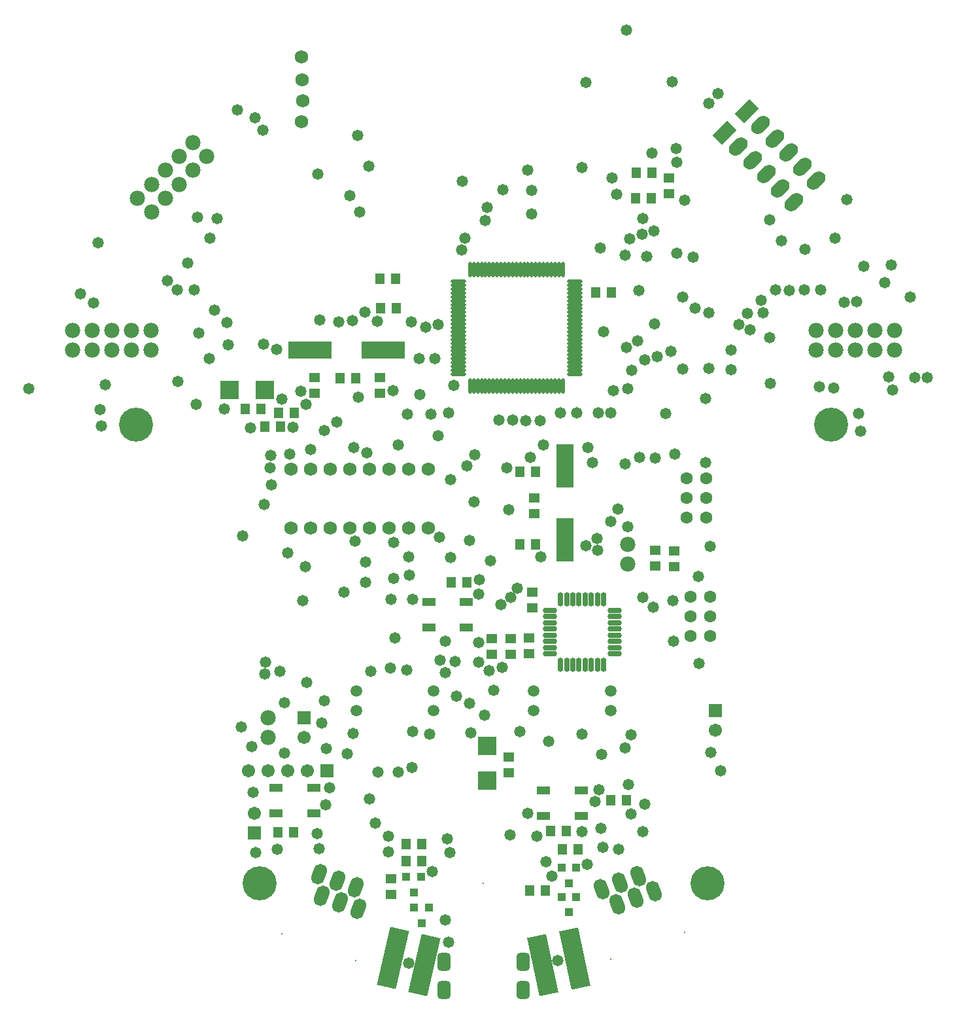
<source format=gbs>
%FSLAX24Y24*%
%MOIN*%
G70*
G01*
G75*
G04 Layer_Color=16711935*
%ADD10R,0.0400X0.0500*%
%ADD11R,0.0800X0.0800*%
%ADD12R,0.0500X0.0400*%
%ADD13R,0.0394X0.0787*%
%ADD14R,0.0787X0.0394*%
%ADD15R,0.0433X0.0236*%
%ADD16R,0.0295X0.0118*%
%ADD17R,0.0870X0.0866*%
%ADD18R,0.1335X0.0772*%
%ADD19R,0.0787X0.1378*%
%ADD20R,0.0800X0.0800*%
%ADD21R,0.0394X0.0217*%
G04:AMPARAMS|DCode=22|XSize=90.6mil|YSize=295.3mil|CornerRadius=0mil|HoleSize=0mil|Usage=FLASHONLY|Rotation=167.000|XOffset=0mil|YOffset=0mil|HoleType=Round|Shape=Rectangle|*
%AMROTATEDRECTD22*
4,1,4,0.0773,0.1337,0.0109,-0.1540,-0.0773,-0.1337,-0.0109,0.1540,0.0773,0.1337,0.0*
%
%ADD22ROTATEDRECTD22*%

G04:AMPARAMS|DCode=23|XSize=90.6mil|YSize=295.3mil|CornerRadius=0mil|HoleSize=0mil|Usage=FLASHONLY|Rotation=192.000|XOffset=0mil|YOffset=0mil|HoleType=Round|Shape=Rectangle|*
%AMROTATEDRECTD23*
4,1,4,0.0136,0.1538,0.0750,-0.1350,-0.0136,-0.1538,-0.0750,0.1350,0.0136,0.1538,0.0*
%
%ADD23ROTATEDRECTD23*%

%ADD24R,0.0354X0.0591*%
%ADD25R,0.0236X0.0433*%
%ADD26R,0.0453X0.0591*%
%ADD27R,0.0157X0.0591*%
%ADD28C,0.0250*%
%ADD29C,0.0315*%
%ADD30C,0.0200*%
%ADD31C,0.0120*%
%ADD32C,0.0100*%
%ADD33C,0.0157*%
%ADD34C,0.0500*%
%ADD35C,0.0394*%
%ADD36C,0.0197*%
%ADD37C,0.0238*%
%ADD38C,0.0217*%
%ADD39C,0.0161*%
%ADD40C,0.0150*%
%ADD41C,0.0700*%
%ADD42C,0.0551*%
G04:AMPARAMS|DCode=43|XSize=99.4mil|YSize=60mil|CornerRadius=0mil|HoleSize=0mil|Usage=FLASHONLY|Rotation=45.000|XOffset=0mil|YOffset=0mil|HoleType=Round|Shape=Round|*
%AMOVALD43*
21,1,0.0394,0.0600,0.0000,0.0000,45.0*
1,1,0.0600,-0.0139,-0.0139*
1,1,0.0600,0.0139,0.0139*
%
%ADD43OVALD43*%

G04:AMPARAMS|DCode=44|XSize=99.4mil|YSize=60mil|CornerRadius=0mil|HoleSize=0mil|Usage=FLASHONLY|Rotation=45.000|XOffset=0mil|YOffset=0mil|HoleType=Round|Shape=Rectangle|*
%AMROTATEDRECTD44*
4,1,4,-0.0139,-0.0563,-0.0563,-0.0139,0.0139,0.0563,0.0563,0.0139,-0.0139,-0.0563,0.0*
%
%ADD44ROTATEDRECTD44*%

%ADD45C,0.0600*%
%ADD46C,0.0591*%
%ADD47R,0.0591X0.0591*%
%ADD48R,0.0591X0.0591*%
G04:AMPARAMS|DCode=49|XSize=60mil|YSize=99.4mil|CornerRadius=0mil|HoleSize=0mil|Usage=FLASHONLY|Rotation=20.000|XOffset=0mil|YOffset=0mil|HoleType=Round|Shape=Round|*
%AMOVALD49*
21,1,0.0394,0.0600,0.0000,0.0000,110.0*
1,1,0.0600,0.0067,-0.0185*
1,1,0.0600,-0.0067,0.0185*
%
%ADD49OVALD49*%

G04:AMPARAMS|DCode=50|XSize=60mil|YSize=99.4mil|CornerRadius=0mil|HoleSize=0mil|Usage=FLASHONLY|Rotation=340.000|XOffset=0mil|YOffset=0mil|HoleType=Round|Shape=Round|*
%AMOVALD50*
21,1,0.0394,0.0600,0.0000,0.0000,70.0*
1,1,0.0600,-0.0067,-0.0185*
1,1,0.0600,0.0067,0.0185*
%
%ADD50OVALD50*%

G04:AMPARAMS|DCode=51|XSize=86.6mil|YSize=63mil|CornerRadius=15.7mil|HoleSize=0mil|Usage=FLASHONLY|Rotation=90.000|XOffset=0mil|YOffset=0mil|HoleType=Round|Shape=RoundedRectangle|*
%AMROUNDEDRECTD51*
21,1,0.0866,0.0315,0,0,90.0*
21,1,0.0551,0.0630,0,0,90.0*
1,1,0.0315,0.0157,0.0276*
1,1,0.0315,0.0157,-0.0276*
1,1,0.0315,-0.0157,-0.0276*
1,1,0.0315,-0.0157,0.0276*
%
%ADD51ROUNDEDRECTD51*%
%ADD52C,0.1654*%
%ADD53C,0.0500*%
%ADD54R,0.0591X0.0354*%
%ADD55R,0.0315X0.0354*%
%ADD56R,0.2165X0.0787*%
%ADD57R,0.0866X0.0870*%
%ADD58R,0.0787X0.2165*%
%ADD59O,0.0217X0.0650*%
%ADD60O,0.0650X0.0217*%
%ADD61O,0.0118X0.0709*%
%ADD62O,0.0709X0.0118*%
%ADD63C,0.0120*%
%ADD64C,0.0080*%
%ADD65C,0.0020*%
%ADD66C,0.0079*%
%ADD67C,0.0039*%
%ADD68C,0.0020*%
%ADD69C,0.0061*%
%ADD70R,0.0480X0.0580*%
%ADD71R,0.0880X0.0880*%
%ADD72R,0.0580X0.0480*%
%ADD73R,0.0433X0.0827*%
%ADD74R,0.0827X0.0433*%
%ADD75R,0.0513X0.0316*%
%ADD76R,0.0335X0.0157*%
%ADD77R,0.0950X0.0946*%
%ADD78R,0.1374X0.0811*%
%ADD79R,0.1575X0.2165*%
%ADD80R,0.0880X0.0880*%
%ADD81R,0.0433X0.0256*%
G04:AMPARAMS|DCode=82|XSize=98.6mil|YSize=303.3mil|CornerRadius=0mil|HoleSize=0mil|Usage=FLASHONLY|Rotation=167.000|XOffset=0mil|YOffset=0mil|HoleType=Round|Shape=Rectangle|*
%AMROTATEDRECTD82*
4,1,4,0.0821,0.1367,0.0139,-0.1588,-0.0821,-0.1367,-0.0139,0.1588,0.0821,0.1367,0.0*
%
%ADD82ROTATEDRECTD82*%

G04:AMPARAMS|DCode=83|XSize=98.6mil|YSize=303.3mil|CornerRadius=0mil|HoleSize=0mil|Usage=FLASHONLY|Rotation=192.000|XOffset=0mil|YOffset=0mil|HoleType=Round|Shape=Rectangle|*
%AMROTATEDRECTD83*
4,1,4,0.0167,0.1586,0.0797,-0.1381,-0.0167,-0.1586,-0.0797,0.1381,0.0167,0.1586,0.0*
%
%ADD83ROTATEDRECTD83*%

%ADD84R,0.0434X0.0671*%
%ADD85R,0.0276X0.0472*%
%ADD86R,0.0492X0.0630*%
%ADD87R,0.0197X0.0630*%
%ADD88C,0.0780*%
G04:AMPARAMS|DCode=89|XSize=107.4mil|YSize=68mil|CornerRadius=0mil|HoleSize=0mil|Usage=FLASHONLY|Rotation=45.000|XOffset=0mil|YOffset=0mil|HoleType=Round|Shape=Round|*
%AMOVALD89*
21,1,0.0394,0.0680,0.0000,0.0000,45.0*
1,1,0.0680,-0.0139,-0.0139*
1,1,0.0680,0.0139,0.0139*
%
%ADD89OVALD89*%

G04:AMPARAMS|DCode=90|XSize=107.4mil|YSize=68mil|CornerRadius=0mil|HoleSize=0mil|Usage=FLASHONLY|Rotation=45.000|XOffset=0mil|YOffset=0mil|HoleType=Round|Shape=Rectangle|*
%AMROTATEDRECTD90*
4,1,4,-0.0139,-0.0620,-0.0620,-0.0139,0.0139,0.0620,0.0620,0.0139,-0.0139,-0.0620,0.0*
%
%ADD90ROTATEDRECTD90*%

%ADD91C,0.0680*%
%ADD92C,0.0671*%
%ADD93R,0.0671X0.0671*%
%ADD94R,0.0671X0.0671*%
%ADD95C,0.0080*%
G04:AMPARAMS|DCode=96|XSize=68mil|YSize=107.4mil|CornerRadius=0mil|HoleSize=0mil|Usage=FLASHONLY|Rotation=20.000|XOffset=0mil|YOffset=0mil|HoleType=Round|Shape=Round|*
%AMOVALD96*
21,1,0.0394,0.0680,0.0000,0.0000,110.0*
1,1,0.0680,0.0067,-0.0185*
1,1,0.0680,-0.0067,0.0185*
%
%ADD96OVALD96*%

G04:AMPARAMS|DCode=97|XSize=68mil|YSize=107.4mil|CornerRadius=0mil|HoleSize=0mil|Usage=FLASHONLY|Rotation=340.000|XOffset=0mil|YOffset=0mil|HoleType=Round|Shape=Round|*
%AMOVALD97*
21,1,0.0394,0.0680,0.0000,0.0000,70.0*
1,1,0.0680,-0.0067,-0.0185*
1,1,0.0680,0.0067,0.0185*
%
%ADD97OVALD97*%

G04:AMPARAMS|DCode=98|XSize=90.6mil|YSize=66.9mil|CornerRadius=17.7mil|HoleSize=0mil|Usage=FLASHONLY|Rotation=90.000|XOffset=0mil|YOffset=0mil|HoleType=Round|Shape=RoundedRectangle|*
%AMROUNDEDRECTD98*
21,1,0.0906,0.0315,0,0,90.0*
21,1,0.0551,0.0669,0,0,90.0*
1,1,0.0354,0.0157,0.0276*
1,1,0.0354,0.0157,-0.0276*
1,1,0.0354,-0.0157,-0.0276*
1,1,0.0354,-0.0157,0.0276*
%
%ADD98ROUNDEDRECTD98*%
%ADD99C,0.0630*%
%ADD100C,0.1734*%
%ADD101C,0.0580*%
%ADD102R,0.0671X0.0434*%
%ADD103R,0.0395X0.0434*%
%ADD104R,0.2245X0.0867*%
%ADD105R,0.0946X0.0950*%
%ADD106R,0.0867X0.2245*%
%ADD107O,0.0297X0.0730*%
%ADD108O,0.0730X0.0297*%
%ADD109O,0.0198X0.0789*%
%ADD110O,0.0789X0.0198*%
G54D46*
X-2559Y-9827D02*
D03*
Y-10827D02*
D03*
X-6496D02*
D03*
Y-9827D02*
D03*
X2559Y-10827D02*
D03*
Y-9827D02*
D03*
X6496D02*
D03*
Y-10827D02*
D03*
G54D70*
X-865Y-4302D02*
D03*
X-1665D02*
D03*
X4830Y-17895D02*
D03*
X4030D02*
D03*
X2349Y-19980D02*
D03*
X3149D02*
D03*
X3405Y-16956D02*
D03*
X4205D02*
D03*
X-3165Y-18484D02*
D03*
X-3965D02*
D03*
X-3952Y-17624D02*
D03*
X-3152D02*
D03*
X7747Y15262D02*
D03*
X8547D02*
D03*
X7780Y16556D02*
D03*
X8580D02*
D03*
X2645Y-2356D02*
D03*
X1845D02*
D03*
X2645Y1323D02*
D03*
X1845D02*
D03*
X-5279Y11166D02*
D03*
X-4479D02*
D03*
X-11156Y3642D02*
D03*
X-10356D02*
D03*
X-9652Y4353D02*
D03*
X-10452D02*
D03*
X5732Y10481D02*
D03*
X6532D02*
D03*
X-6502Y6093D02*
D03*
X-7302D02*
D03*
X-5253Y9656D02*
D03*
X-4453D02*
D03*
X-11342Y4527D02*
D03*
X-12142D02*
D03*
X6469Y-15392D02*
D03*
X7269D02*
D03*
X-10485Y-17030D02*
D03*
X-9685D02*
D03*
G54D72*
X-4721Y-19400D02*
D03*
Y-20200D02*
D03*
X2472Y-4799D02*
D03*
Y-5599D02*
D03*
X2329Y-7118D02*
D03*
Y-7918D02*
D03*
X433Y-7149D02*
D03*
Y-7949D02*
D03*
X9708Y-3504D02*
D03*
Y-2704D02*
D03*
X1389Y-7950D02*
D03*
Y-7150D02*
D03*
X8762Y-3464D02*
D03*
Y-2664D02*
D03*
X9447Y15514D02*
D03*
Y16314D02*
D03*
X-8620Y6143D02*
D03*
Y5343D02*
D03*
X-5277Y6143D02*
D03*
Y5343D02*
D03*
X1287Y-13205D02*
D03*
Y-14005D02*
D03*
X2597Y-808D02*
D03*
Y-8D02*
D03*
G54D77*
X182Y-14392D02*
D03*
Y-12620D02*
D03*
G54D82*
X-4613Y-23436D02*
D03*
X-3002Y-23808D02*
D03*
G54D83*
X3018Y-23794D02*
D03*
X4635Y-23450D02*
D03*
G54D88*
X7350Y-3360D02*
D03*
Y-2360D02*
D03*
X-10995Y-12199D02*
D03*
Y-11199D02*
D03*
X20961Y8551D02*
D03*
X19961Y7551D02*
D03*
Y8551D02*
D03*
X18961Y7551D02*
D03*
Y8551D02*
D03*
X17961Y7551D02*
D03*
Y8551D02*
D03*
X16961Y7551D02*
D03*
Y8551D02*
D03*
X20961Y7551D02*
D03*
X-16961Y8551D02*
D03*
X-17961Y7551D02*
D03*
Y8551D02*
D03*
X-18961Y7551D02*
D03*
Y8551D02*
D03*
X-19961Y7551D02*
D03*
Y8551D02*
D03*
X-20961Y7551D02*
D03*
Y8551D02*
D03*
X-16961Y7551D02*
D03*
X-16929Y14567D02*
D03*
X-14808Y18102D02*
D03*
X-14101Y17395D02*
D03*
X-15515Y17395D02*
D03*
X-14808Y16688D02*
D03*
X-16222Y16688D02*
D03*
X-15515Y15981D02*
D03*
X-16929Y15981D02*
D03*
X-16222Y15274D02*
D03*
X-17636Y15274D02*
D03*
G54D89*
X14409Y16492D02*
D03*
X15116Y15785D02*
D03*
X13702Y17199D02*
D03*
X12995Y17907D02*
D03*
X15823Y15078D02*
D03*
X16956Y16174D02*
D03*
X14128Y19002D02*
D03*
X14835Y18295D02*
D03*
X16249Y16881D02*
D03*
X15542Y17588D02*
D03*
G54D90*
X12288Y18614D02*
D03*
X13421Y19709D02*
D03*
G54D91*
X-2819Y-1514D02*
D03*
X-3819D02*
D03*
X-4819D02*
D03*
X-5819D02*
D03*
X-6819D02*
D03*
X-7819D02*
D03*
X-8819D02*
D03*
X-9819D02*
D03*
X-2819Y1486D02*
D03*
X-3819D02*
D03*
X-4819D02*
D03*
X-5819D02*
D03*
X-6819D02*
D03*
X-7819D02*
D03*
X-8819D02*
D03*
X-9819D02*
D03*
X-9272Y22482D02*
D03*
Y19159D02*
D03*
X-9258Y21300D02*
D03*
X-9208Y20238D02*
D03*
G54D92*
X-11967Y-13881D02*
D03*
X-10967D02*
D03*
X-9967D02*
D03*
X-8967D02*
D03*
X-9156Y-12205D02*
D03*
X-11673Y-16067D02*
D03*
X11811Y-11832D02*
D03*
G54D93*
X-7967Y-13881D02*
D03*
G54D94*
X-9156Y-11205D02*
D03*
X-11673Y-17067D02*
D03*
X11811Y-10832D02*
D03*
G54D95*
X10258Y-22119D02*
D03*
X6499Y-23487D02*
D03*
X-6527Y-23550D02*
D03*
X-10285Y-22182D02*
D03*
X-0Y-19638D02*
D03*
G54D96*
X8696Y-20027D02*
D03*
X7756Y-20369D02*
D03*
X6817Y-20711D02*
D03*
X7888Y-19257D02*
D03*
X6948Y-19599D02*
D03*
X6008Y-19941D02*
D03*
G54D97*
X-6378Y-20944D02*
D03*
X-7318Y-20602D02*
D03*
X-8258Y-20260D02*
D03*
X-6502Y-19835D02*
D03*
X-7442Y-19493D02*
D03*
X-8382Y-19151D02*
D03*
G54D98*
X-2008Y-23617D02*
D03*
Y-25074D02*
D03*
X2008D02*
D03*
Y-23617D02*
D03*
G54D99*
X11357Y-1008D02*
D03*
X10357D02*
D03*
X11357Y-8D02*
D03*
X10357D02*
D03*
X11357Y992D02*
D03*
X10357D02*
D03*
X11560Y-7042D02*
D03*
X10560D02*
D03*
X11560Y-6042D02*
D03*
X10560D02*
D03*
X11560Y-5042D02*
D03*
X10560D02*
D03*
G54D100*
X-11417Y-19638D02*
D03*
X11417D02*
D03*
X17717Y3740D02*
D03*
X-17717D02*
D03*
G54D101*
X7350Y-1449D02*
D03*
X6858Y-559D02*
D03*
X-1772Y-22638D02*
D03*
X-5510Y-16550D02*
D03*
X-5808Y-15325D02*
D03*
X-4334Y-13974D02*
D03*
X-4836Y-17236D02*
D03*
X-5386Y-13950D02*
D03*
X-15627Y10601D02*
D03*
X5024Y-12019D02*
D03*
X-6006Y-4285D02*
D03*
X-11866Y3560D02*
D03*
X6009Y-13065D02*
D03*
X7226Y-12728D02*
D03*
X7510Y-12072D02*
D03*
X-706Y-10463D02*
D03*
X502Y-9803D02*
D03*
X956Y-8642D02*
D03*
X272Y-8801D02*
D03*
X42Y-11058D02*
D03*
X-3640Y-13732D02*
D03*
X-3601Y-11911D02*
D03*
X-6962Y-13028D02*
D03*
X-8254Y-11454D02*
D03*
X-8115Y-10336D02*
D03*
X-9001Y-9400D02*
D03*
X-6661Y-11993D02*
D03*
X3320Y-12411D02*
D03*
X-1936Y-8904D02*
D03*
X-265Y-7353D02*
D03*
X-1955Y-7280D02*
D03*
X-257Y-8351D02*
D03*
X-2746Y-12029D02*
D03*
X9763Y2251D02*
D03*
X-4531Y-7118D02*
D03*
X-9215Y-5225D02*
D03*
X-11133Y-8947D02*
D03*
X-13070Y8925D02*
D03*
X11475Y6617D02*
D03*
X20780Y11867D02*
D03*
X6785Y15483D02*
D03*
X-1676Y946D02*
D03*
X19007Y10019D02*
D03*
X8693Y13610D02*
D03*
X82Y14151D02*
D03*
X192Y14795D02*
D03*
X-12365Y-11655D02*
D03*
X-11832Y-12667D02*
D03*
X-9702Y3619D02*
D03*
X-13221Y4545D02*
D03*
X-9034Y4775D02*
D03*
X-10142Y-12997D02*
D03*
Y-10430D02*
D03*
X2465Y14463D02*
D03*
X975Y15690D02*
D03*
X-1090Y16123D02*
D03*
X6563Y16311D02*
D03*
X8573Y17557D02*
D03*
X2453Y15672D02*
D03*
X-19892Y9936D02*
D03*
X-5848Y16895D02*
D03*
X-6426Y18464D02*
D03*
X-19658Y13019D02*
D03*
X-13591Y14227D02*
D03*
X-11244Y18732D02*
D03*
X-11638Y19383D02*
D03*
X-14577Y14300D02*
D03*
X-6307Y14562D02*
D03*
X5018Y16833D02*
D03*
X9292Y4311D02*
D03*
X10165Y10241D02*
D03*
X10775Y9662D02*
D03*
X-20562Y10415D02*
D03*
X-13997Y7100D02*
D03*
X-8016Y-12749D02*
D03*
X-13950Y13250D02*
D03*
X6476Y4335D02*
D03*
X2874Y3937D02*
D03*
X2165D02*
D03*
X3910Y4327D02*
D03*
X-3813Y-2997D02*
D03*
X9626Y21201D02*
D03*
X5204Y21159D02*
D03*
X17126Y5669D02*
D03*
X17835Y5591D02*
D03*
X1338Y-17161D02*
D03*
X3191Y-18534D02*
D03*
X3780Y-23561D02*
D03*
X-3807Y-23694D02*
D03*
X-2618Y-19029D02*
D03*
X-4840Y-18018D02*
D03*
X11555Y-2466D02*
D03*
X-13024Y7804D02*
D03*
X8082Y13426D02*
D03*
X16372Y12665D02*
D03*
X15583Y10582D02*
D03*
X5269Y-18654D02*
D03*
X-1129Y12630D02*
D03*
X-944Y13225D02*
D03*
X7448Y13196D02*
D03*
X11475Y9435D02*
D03*
X16336Y10606D02*
D03*
X15175Y13103D02*
D03*
X11956Y20612D02*
D03*
X11494Y20109D02*
D03*
X17909Y13241D02*
D03*
X21752Y10246D02*
D03*
X-3673Y8965D02*
D03*
X-2962Y8719D02*
D03*
X7218Y12358D02*
D03*
X8316Y12310D02*
D03*
X6899Y-17883D02*
D03*
X3473Y-19274D02*
D03*
X6069Y-17805D02*
D03*
X5997Y-16832D02*
D03*
X12080Y-13896D02*
D03*
X11333Y1795D02*
D03*
X11333Y5063D02*
D03*
X9689Y-7297D02*
D03*
X9659Y-5223D02*
D03*
X-9895Y2252D02*
D03*
X-4607Y5464D02*
D03*
X-7471Y3879D02*
D03*
X9867Y17096D02*
D03*
X9809Y17805D02*
D03*
X2263Y16695D02*
D03*
X5953Y12729D02*
D03*
X8117Y14251D02*
D03*
X10241Y15173D02*
D03*
X-16119Y11080D02*
D03*
X-15087Y11961D02*
D03*
X-12564Y19786D02*
D03*
X10680Y12258D02*
D03*
X14620Y5832D02*
D03*
X12606Y6544D02*
D03*
X9844Y12481D02*
D03*
X785Y3976D02*
D03*
X1472D02*
D03*
X-1530Y5723D02*
D03*
X-3897Y4286D02*
D03*
X-3253Y5260D02*
D03*
X7347Y5586D02*
D03*
X-4360Y2715D02*
D03*
X7923Y10569D02*
D03*
X-1946Y-21508D02*
D03*
X-1727Y-18052D02*
D03*
X-1853Y-17378D02*
D03*
X6632Y5456D02*
D03*
X-11758Y-14998D02*
D03*
X-11622Y-18052D02*
D03*
X-9092Y-3482D02*
D03*
X6118Y8487D02*
D03*
X8734Y8854D02*
D03*
X7844Y8007D02*
D03*
X7544Y6494D02*
D03*
X8202Y7035D02*
D03*
X7296Y7683D02*
D03*
X10145Y6561D02*
D03*
X-8493Y-17094D02*
D03*
X-4749Y-8661D02*
D03*
X8762Y2038D02*
D03*
X-8382Y-17847D02*
D03*
X-3906Y-8766D02*
D03*
X-6037Y9454D02*
D03*
X-5428Y8993D02*
D03*
X5835Y4337D02*
D03*
X5892Y-14859D02*
D03*
X9560Y7481D02*
D03*
X4735Y4334D02*
D03*
X8853Y7211D02*
D03*
X14251Y9449D02*
D03*
X14595Y8184D02*
D03*
X13570Y8561D02*
D03*
X13435Y9404D02*
D03*
X13011Y8850D02*
D03*
X12633Y7547D02*
D03*
X-8461Y16508D02*
D03*
X-6813Y15399D02*
D03*
X-6689Y9025D02*
D03*
X-3299Y7117D02*
D03*
X-2469Y7113D02*
D03*
X-499Y-182D02*
D03*
X1169Y1522D02*
D03*
X-2312Y8829D02*
D03*
X-1769Y4345D02*
D03*
X-455Y2209D02*
D03*
X-859Y1626D02*
D03*
X-2683Y4276D02*
D03*
X6496Y-1201D02*
D03*
X5772Y-2052D02*
D03*
X8639Y-5573D02*
D03*
X-212Y-4157D02*
D03*
X336Y-3190D02*
D03*
X-732Y-2151D02*
D03*
X-2244Y-1995D02*
D03*
X-4577Y-2250D02*
D03*
X-6622Y2582D02*
D03*
X-9983Y-2780D02*
D03*
X2375Y2070D02*
D03*
X8233Y-15599D02*
D03*
X7393Y-14602D02*
D03*
X-7848Y-14773D02*
D03*
X18518Y15203D02*
D03*
X20443Y10955D02*
D03*
X19112Y4289D02*
D03*
X19205Y3408D02*
D03*
X17169Y10603D02*
D03*
X19395Y11812D02*
D03*
X18385Y9970D02*
D03*
X20660Y6187D02*
D03*
X20835Y5509D02*
D03*
X21987Y6136D02*
D03*
X22624Y6138D02*
D03*
X14575Y14179D02*
D03*
X14892Y10608D02*
D03*
X14158Y10084D02*
D03*
X-5741Y-8821D02*
D03*
X-14643Y4780D02*
D03*
X-7399Y8959D02*
D03*
X-8365Y9082D02*
D03*
X-14745Y10590D02*
D03*
X-13715Y9570D02*
D03*
X-10871Y1545D02*
D03*
X-10840Y2167D02*
D03*
X-10540Y7581D02*
D03*
X-11215Y7828D02*
D03*
X-14531Y8392D02*
D03*
X-9323Y5436D02*
D03*
X-15568Y5940D02*
D03*
X-19297Y5757D02*
D03*
X-10298Y5022D02*
D03*
X-10810Y666D02*
D03*
X10935Y-4007D02*
D03*
X10998Y-8420D02*
D03*
X-6011Y-3276D02*
D03*
X-5935Y2296D02*
D03*
X-6562Y-2201D02*
D03*
X-8104Y3429D02*
D03*
X-3788Y-3946D02*
D03*
X-6399Y5129D02*
D03*
X-8802Y2458D02*
D03*
X-19482Y3677D02*
D03*
X-23199Y5571D02*
D03*
X7295Y23846D02*
D03*
X-2305Y3173D02*
D03*
X3063Y2718D02*
D03*
X-19535Y4502D02*
D03*
X-11192Y-345D02*
D03*
X-12273Y-1914D02*
D03*
X-7118Y-4784D02*
D03*
X-4716Y-5175D02*
D03*
X-3631D02*
D03*
X7944Y2067D02*
D03*
X-1673Y-3031D02*
D03*
X-4592Y-4081D02*
D03*
X880Y-5417D02*
D03*
X2917Y-3007D02*
D03*
X8103Y-5065D02*
D03*
X1385Y-5073D02*
D03*
X5211Y-2445D02*
D03*
X5811Y-2668D02*
D03*
X1271Y-605D02*
D03*
X5308Y2555D02*
D03*
X5554Y1809D02*
D03*
X7231Y1737D02*
D03*
X-2230Y-8260D02*
D03*
X-8058Y-15622D02*
D03*
X-10514Y-17892D02*
D03*
X5673Y-15460D02*
D03*
X2728Y-17236D02*
D03*
X5028Y-17005D02*
D03*
X8113Y-17009D02*
D03*
X7515Y-16097D02*
D03*
X-1456Y-8346D02*
D03*
X-661Y-11950D02*
D03*
X-1388Y-10095D02*
D03*
X-240Y-4907D02*
D03*
X1733Y-4580D02*
D03*
X-11102Y-8347D02*
D03*
X-10381Y-8819D02*
D03*
X2246Y-16063D02*
D03*
X1861Y-11886D02*
D03*
X11582Y-12968D02*
D03*
G54D102*
X-869Y-5284D02*
D03*
X-2798D02*
D03*
X-869Y-6583D02*
D03*
X-2798D02*
D03*
X-10579Y-16069D02*
D03*
X-8650Y-16069D02*
D03*
X-10579Y-14770D02*
D03*
X-8650Y-14770D02*
D03*
X3045Y-16186D02*
D03*
X4975D02*
D03*
X3045Y-14886D02*
D03*
X4975D02*
D03*
G54D103*
X4734Y-20315D02*
D03*
X3986D02*
D03*
X4360Y-21102D02*
D03*
X4730Y-18827D02*
D03*
X3982D02*
D03*
X4356Y-19614D02*
D03*
X-2786Y-20861D02*
D03*
X-3534D02*
D03*
X-3160Y-21649D02*
D03*
X-3187Y-19311D02*
D03*
X-3935D02*
D03*
X-3561Y-20098D02*
D03*
G54D104*
X-8848Y7542D02*
D03*
X-5107D02*
D03*
G54D105*
X-12937Y5490D02*
D03*
X-11165D02*
D03*
G54D106*
X4138Y1622D02*
D03*
Y-2118D02*
D03*
G54D107*
X3920Y-5175D02*
D03*
X4235D02*
D03*
X4550D02*
D03*
X4865D02*
D03*
X5180D02*
D03*
X5495D02*
D03*
X5810D02*
D03*
X6125D02*
D03*
Y-8482D02*
D03*
X5810D02*
D03*
X5495D02*
D03*
X5180D02*
D03*
X4865D02*
D03*
X4550D02*
D03*
X4235D02*
D03*
X3920D02*
D03*
G54D108*
X6676Y-5726D02*
D03*
Y-6041D02*
D03*
Y-6356D02*
D03*
Y-6671D02*
D03*
Y-6986D02*
D03*
Y-7301D02*
D03*
Y-7616D02*
D03*
Y-7931D02*
D03*
X3369D02*
D03*
Y-7616D02*
D03*
Y-7301D02*
D03*
Y-6986D02*
D03*
Y-6671D02*
D03*
Y-6356D02*
D03*
Y-6041D02*
D03*
Y-5726D02*
D03*
G54D109*
X4038Y5698D02*
D03*
X3841D02*
D03*
X3644D02*
D03*
X3447D02*
D03*
X3250D02*
D03*
X3053D02*
D03*
X2856D02*
D03*
X2660D02*
D03*
X2463D02*
D03*
X2266D02*
D03*
X2069D02*
D03*
X1872D02*
D03*
X1675D02*
D03*
X1478D02*
D03*
X1282D02*
D03*
X1085D02*
D03*
X888D02*
D03*
X691D02*
D03*
X494D02*
D03*
X297D02*
D03*
X100D02*
D03*
X-96D02*
D03*
X-293D02*
D03*
X-490D02*
D03*
X-687D02*
D03*
Y11642D02*
D03*
X-490D02*
D03*
X-293D02*
D03*
X-96D02*
D03*
X100D02*
D03*
X297D02*
D03*
X494D02*
D03*
X691D02*
D03*
X888D02*
D03*
X1085D02*
D03*
X1282D02*
D03*
X1478D02*
D03*
X1675D02*
D03*
X1872D02*
D03*
X2069D02*
D03*
X2266D02*
D03*
X2463D02*
D03*
X2660D02*
D03*
X2856D02*
D03*
X3053D02*
D03*
X3250D02*
D03*
X3447D02*
D03*
X3644D02*
D03*
X3841D02*
D03*
X4038D02*
D03*
G54D110*
X-1297Y6308D02*
D03*
Y6505D02*
D03*
Y6701D02*
D03*
Y6898D02*
D03*
Y7095D02*
D03*
Y7292D02*
D03*
Y7489D02*
D03*
Y7686D02*
D03*
Y7883D02*
D03*
Y8079D02*
D03*
Y8276D02*
D03*
Y8473D02*
D03*
Y8670D02*
D03*
Y8867D02*
D03*
Y9064D02*
D03*
Y9261D02*
D03*
Y9457D02*
D03*
Y9654D02*
D03*
Y9851D02*
D03*
Y10048D02*
D03*
Y10245D02*
D03*
Y10442D02*
D03*
Y10638D02*
D03*
Y10835D02*
D03*
Y11032D02*
D03*
X4648D02*
D03*
Y10835D02*
D03*
Y10638D02*
D03*
Y10442D02*
D03*
Y10245D02*
D03*
Y10048D02*
D03*
Y9851D02*
D03*
Y9654D02*
D03*
Y9457D02*
D03*
Y9261D02*
D03*
Y9064D02*
D03*
Y8867D02*
D03*
Y8670D02*
D03*
Y8473D02*
D03*
Y8276D02*
D03*
Y8079D02*
D03*
Y7883D02*
D03*
Y7686D02*
D03*
Y7489D02*
D03*
Y7292D02*
D03*
Y7095D02*
D03*
Y6898D02*
D03*
Y6701D02*
D03*
Y6505D02*
D03*
Y6308D02*
D03*
M02*

</source>
